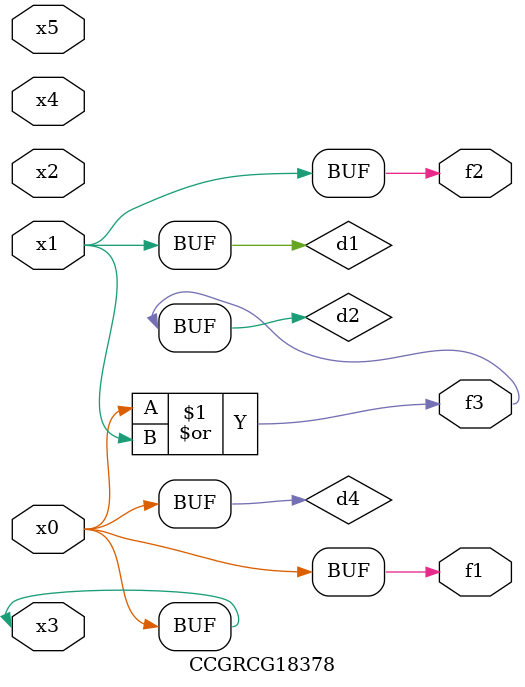
<source format=v>
module CCGRCG18378(
	input x0, x1, x2, x3, x4, x5,
	output f1, f2, f3
);

	wire d1, d2, d3, d4;

	and (d1, x1);
	or (d2, x0, x1);
	nand (d3, x0, x5);
	buf (d4, x0, x3);
	assign f1 = d4;
	assign f2 = d1;
	assign f3 = d2;
endmodule

</source>
